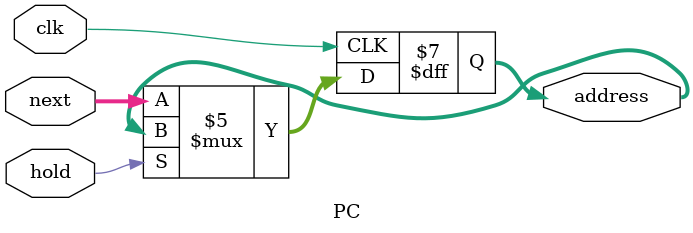
<source format=v>
`timescale 1ns / 1ps


module PC( input clk,hold,
           input [31:0] next,
           output reg [31:0] address);
        initial begin
           address<=32'b0;
           end
    always @(posedge clk) begin
    if(hold==1'b1)  address<=address;
    else address <= next;
        end

        
endmodule

</source>
